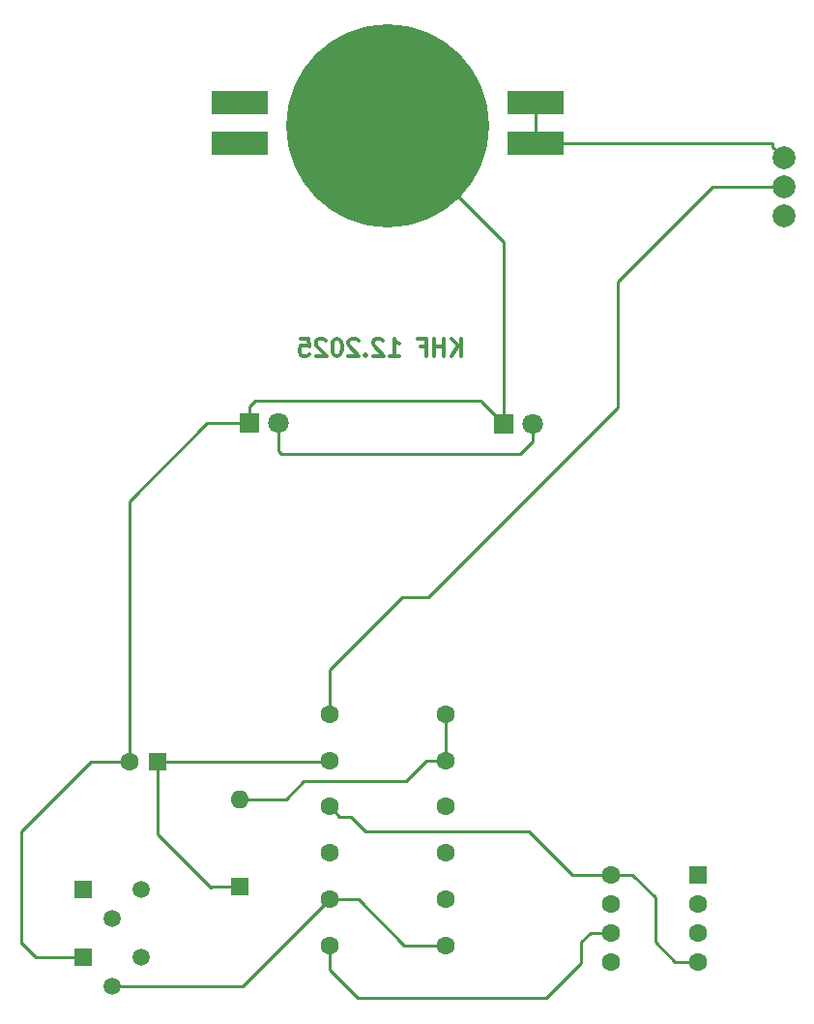
<source format=gbr>
%TF.GenerationSoftware,KiCad,Pcbnew,9.0.6*%
%TF.CreationDate,2025-12-31T17:09:58+01:00*%
%TF.ProjectId,Panda,50616e64-612e-46b6-9963-61645f706362,rev?*%
%TF.SameCoordinates,Original*%
%TF.FileFunction,Copper,L2,Bot*%
%TF.FilePolarity,Positive*%
%FSLAX46Y46*%
G04 Gerber Fmt 4.6, Leading zero omitted, Abs format (unit mm)*
G04 Created by KiCad (PCBNEW 9.0.6) date 2025-12-31 17:09:58*
%MOMM*%
%LPD*%
G01*
G04 APERTURE LIST*
G04 Aperture macros list*
%AMRoundRect*
0 Rectangle with rounded corners*
0 $1 Rounding radius*
0 $2 $3 $4 $5 $6 $7 $8 $9 X,Y pos of 4 corners*
0 Add a 4 corners polygon primitive as box body*
4,1,4,$2,$3,$4,$5,$6,$7,$8,$9,$2,$3,0*
0 Add four circle primitives for the rounded corners*
1,1,$1+$1,$2,$3*
1,1,$1+$1,$4,$5*
1,1,$1+$1,$6,$7*
1,1,$1+$1,$8,$9*
0 Add four rect primitives between the rounded corners*
20,1,$1+$1,$2,$3,$4,$5,0*
20,1,$1+$1,$4,$5,$6,$7,0*
20,1,$1+$1,$6,$7,$8,$9,0*
20,1,$1+$1,$8,$9,$2,$3,0*%
G04 Aperture macros list end*
%ADD10C,0.300000*%
%TA.AperFunction,NonConductor*%
%ADD11C,0.300000*%
%TD*%
%TA.AperFunction,ComponentPad*%
%ADD12R,1.800000X1.800000*%
%TD*%
%TA.AperFunction,ComponentPad*%
%ADD13C,1.800000*%
%TD*%
%TA.AperFunction,SMDPad,CuDef*%
%ADD14R,5.000000X2.000000*%
%TD*%
%TA.AperFunction,SMDPad,CuDef*%
%ADD15C,17.780000*%
%TD*%
%TA.AperFunction,ComponentPad*%
%ADD16RoundRect,0.250000X0.550000X0.550000X-0.550000X0.550000X-0.550000X-0.550000X0.550000X-0.550000X0*%
%TD*%
%TA.AperFunction,ComponentPad*%
%ADD17C,1.600000*%
%TD*%
%TA.AperFunction,ComponentPad*%
%ADD18C,2.000000*%
%TD*%
%TA.AperFunction,ComponentPad*%
%ADD19R,1.500000X1.500000*%
%TD*%
%TA.AperFunction,ComponentPad*%
%ADD20C,1.500000*%
%TD*%
%TA.AperFunction,ComponentPad*%
%ADD21O,1.600000X1.600000*%
%TD*%
%TA.AperFunction,ComponentPad*%
%ADD22R,1.600000X1.600000*%
%TD*%
%TA.AperFunction,Conductor*%
%ADD23C,0.250000*%
%TD*%
G04 APERTURE END LIST*
D10*
D11*
X97845489Y-74000828D02*
X97845489Y-72500828D01*
X96988346Y-74000828D02*
X97631203Y-73143685D01*
X96988346Y-72500828D02*
X97845489Y-73357971D01*
X96345489Y-74000828D02*
X96345489Y-72500828D01*
X96345489Y-73215114D02*
X95488346Y-73215114D01*
X95488346Y-74000828D02*
X95488346Y-72500828D01*
X94274060Y-73215114D02*
X94774060Y-73215114D01*
X94774060Y-74000828D02*
X94774060Y-72500828D01*
X94774060Y-72500828D02*
X94059774Y-72500828D01*
X91559774Y-74000828D02*
X92416917Y-74000828D01*
X91988346Y-74000828D02*
X91988346Y-72500828D01*
X91988346Y-72500828D02*
X92131203Y-72715114D01*
X92131203Y-72715114D02*
X92274060Y-72857971D01*
X92274060Y-72857971D02*
X92416917Y-72929400D01*
X90988346Y-72643685D02*
X90916918Y-72572257D01*
X90916918Y-72572257D02*
X90774061Y-72500828D01*
X90774061Y-72500828D02*
X90416918Y-72500828D01*
X90416918Y-72500828D02*
X90274061Y-72572257D01*
X90274061Y-72572257D02*
X90202632Y-72643685D01*
X90202632Y-72643685D02*
X90131203Y-72786542D01*
X90131203Y-72786542D02*
X90131203Y-72929400D01*
X90131203Y-72929400D02*
X90202632Y-73143685D01*
X90202632Y-73143685D02*
X91059775Y-74000828D01*
X91059775Y-74000828D02*
X90131203Y-74000828D01*
X89488347Y-73857971D02*
X89416918Y-73929400D01*
X89416918Y-73929400D02*
X89488347Y-74000828D01*
X89488347Y-74000828D02*
X89559775Y-73929400D01*
X89559775Y-73929400D02*
X89488347Y-73857971D01*
X89488347Y-73857971D02*
X89488347Y-74000828D01*
X88845489Y-72643685D02*
X88774061Y-72572257D01*
X88774061Y-72572257D02*
X88631204Y-72500828D01*
X88631204Y-72500828D02*
X88274061Y-72500828D01*
X88274061Y-72500828D02*
X88131204Y-72572257D01*
X88131204Y-72572257D02*
X88059775Y-72643685D01*
X88059775Y-72643685D02*
X87988346Y-72786542D01*
X87988346Y-72786542D02*
X87988346Y-72929400D01*
X87988346Y-72929400D02*
X88059775Y-73143685D01*
X88059775Y-73143685D02*
X88916918Y-74000828D01*
X88916918Y-74000828D02*
X87988346Y-74000828D01*
X87059775Y-72500828D02*
X86916918Y-72500828D01*
X86916918Y-72500828D02*
X86774061Y-72572257D01*
X86774061Y-72572257D02*
X86702633Y-72643685D01*
X86702633Y-72643685D02*
X86631204Y-72786542D01*
X86631204Y-72786542D02*
X86559775Y-73072257D01*
X86559775Y-73072257D02*
X86559775Y-73429400D01*
X86559775Y-73429400D02*
X86631204Y-73715114D01*
X86631204Y-73715114D02*
X86702633Y-73857971D01*
X86702633Y-73857971D02*
X86774061Y-73929400D01*
X86774061Y-73929400D02*
X86916918Y-74000828D01*
X86916918Y-74000828D02*
X87059775Y-74000828D01*
X87059775Y-74000828D02*
X87202633Y-73929400D01*
X87202633Y-73929400D02*
X87274061Y-73857971D01*
X87274061Y-73857971D02*
X87345490Y-73715114D01*
X87345490Y-73715114D02*
X87416918Y-73429400D01*
X87416918Y-73429400D02*
X87416918Y-73072257D01*
X87416918Y-73072257D02*
X87345490Y-72786542D01*
X87345490Y-72786542D02*
X87274061Y-72643685D01*
X87274061Y-72643685D02*
X87202633Y-72572257D01*
X87202633Y-72572257D02*
X87059775Y-72500828D01*
X85988347Y-72643685D02*
X85916919Y-72572257D01*
X85916919Y-72572257D02*
X85774062Y-72500828D01*
X85774062Y-72500828D02*
X85416919Y-72500828D01*
X85416919Y-72500828D02*
X85274062Y-72572257D01*
X85274062Y-72572257D02*
X85202633Y-72643685D01*
X85202633Y-72643685D02*
X85131204Y-72786542D01*
X85131204Y-72786542D02*
X85131204Y-72929400D01*
X85131204Y-72929400D02*
X85202633Y-73143685D01*
X85202633Y-73143685D02*
X86059776Y-74000828D01*
X86059776Y-74000828D02*
X85131204Y-74000828D01*
X83774062Y-72500828D02*
X84488348Y-72500828D01*
X84488348Y-72500828D02*
X84559776Y-73215114D01*
X84559776Y-73215114D02*
X84488348Y-73143685D01*
X84488348Y-73143685D02*
X84345491Y-73072257D01*
X84345491Y-73072257D02*
X83988348Y-73072257D01*
X83988348Y-73072257D02*
X83845491Y-73143685D01*
X83845491Y-73143685D02*
X83774062Y-73215114D01*
X83774062Y-73215114D02*
X83702633Y-73357971D01*
X83702633Y-73357971D02*
X83702633Y-73715114D01*
X83702633Y-73715114D02*
X83774062Y-73857971D01*
X83774062Y-73857971D02*
X83845491Y-73929400D01*
X83845491Y-73929400D02*
X83988348Y-74000828D01*
X83988348Y-74000828D02*
X84345491Y-74000828D01*
X84345491Y-74000828D02*
X84488348Y-73929400D01*
X84488348Y-73929400D02*
X84559776Y-73857971D01*
D12*
%TO.P,D2,1,K*%
%TO.N,Net-(D1-K)*%
X101600000Y-80000000D03*
D13*
%TO.P,D2,2,A*%
%TO.N,Net-(D1-A)*%
X104140000Y-80000000D03*
%TD*%
D12*
%TO.P,D1,1,K*%
%TO.N,Net-(D1-K)*%
X79300000Y-79900000D03*
D13*
%TO.P,D1,2,A*%
%TO.N,Net-(D1-A)*%
X81840000Y-79900000D03*
%TD*%
D14*
%TO.P,U2,*%
%TO.N,*%
X78500000Y-55448000D03*
X78500000Y-51892000D03*
%TO.P,U2,1*%
%TO.N,Net-(S1-A-Pad1)*%
X104394000Y-55448000D03*
X104394000Y-51892000D03*
D15*
%TO.P,U2,2*%
%TO.N,Net-(D1-K)*%
X91454000Y-53924000D03*
%TD*%
D16*
%TO.P,U1,1,GND*%
%TO.N,Net-(D1-K)*%
X118600000Y-119380000D03*
D17*
%TO.P,U1,2,TR*%
%TO.N,Net-(D3-K)*%
X118600000Y-121920000D03*
%TO.P,U1,3,Q*%
%TO.N,unconnected-(U1-Q-Pad3)*%
X118600000Y-124460000D03*
%TO.P,U1,4,R*%
%TO.N,Net-(S1-E)*%
X118600000Y-127000000D03*
%TO.P,U1,5,CV*%
%TO.N,unconnected-(U1-CV-Pad5)*%
X110980000Y-127000000D03*
%TO.P,U1,6,THR*%
%TO.N,Net-(D3-K)*%
X110980000Y-124460000D03*
%TO.P,U1,7,DIS*%
%TO.N,Net-(D3-A)*%
X110980000Y-121920000D03*
%TO.P,U1,8,VCC*%
%TO.N,Net-(S1-E)*%
X110980000Y-119380000D03*
%TD*%
D18*
%TO.P,S1,1,A*%
%TO.N,Net-(S1-A-Pad1)*%
X126100000Y-56720000D03*
%TO.P,S1,2,E*%
%TO.N,Net-(S1-E)*%
X126100000Y-59260000D03*
%TO.P,S1,3,A*%
%TO.N,unconnected-(S1-A-Pad3)*%
X126100000Y-61800000D03*
%TD*%
D17*
%TO.P,R7,1*%
%TO.N,Net-(D3-K)*%
X86340000Y-109400000D03*
%TO.P,R7,2*%
%TO.N,Net-(D3-A)*%
X96500000Y-109400000D03*
%TD*%
%TO.P,R6,1*%
%TO.N,Net-(S1-E)*%
X86340000Y-113450000D03*
%TO.P,R6,2*%
%TO.N,Net-(Q2-C)*%
X96500000Y-113450000D03*
%TD*%
%TO.P,R5,1*%
%TO.N,Net-(S1-E)*%
X86340000Y-117500000D03*
%TO.P,R5,2*%
%TO.N,Net-(Q1-C)*%
X96500000Y-117500000D03*
%TD*%
%TO.P,R4,1*%
%TO.N,Net-(Q1-B)*%
X86340000Y-121550000D03*
%TO.P,R4,2*%
%TO.N,Net-(D1-K)*%
X96500000Y-121550000D03*
%TD*%
%TO.P,R3,1*%
%TO.N,Net-(D3-K)*%
X86340000Y-125600000D03*
%TO.P,R3,2*%
%TO.N,Net-(Q1-B)*%
X96500000Y-125600000D03*
%TD*%
%TO.P,R8,1*%
%TO.N,Net-(S1-E)*%
X86340000Y-105350000D03*
%TO.P,R8,2*%
%TO.N,Net-(D3-A)*%
X96500000Y-105350000D03*
%TD*%
D19*
%TO.P,Q2,1,E*%
%TO.N,Net-(D1-A)*%
X64760000Y-120681193D03*
D20*
%TO.P,Q2,2,B*%
%TO.N,Net-(Q1-C)*%
X67300000Y-123221193D03*
%TO.P,Q2,3,C*%
%TO.N,Net-(Q2-C)*%
X69840000Y-120681193D03*
%TD*%
D19*
%TO.P,Q1,1,E*%
%TO.N,Net-(D1-K)*%
X64760000Y-126623578D03*
D20*
%TO.P,Q1,2,B*%
%TO.N,Net-(Q1-B)*%
X67300000Y-129163578D03*
%TO.P,Q1,3,C*%
%TO.N,Net-(Q1-C)*%
X69840000Y-126623578D03*
%TD*%
D21*
%TO.P,D3,2,A*%
%TO.N,Net-(D3-A)*%
X78500000Y-112790000D03*
D22*
%TO.P,D3,1,K*%
%TO.N,Net-(D3-K)*%
X78500000Y-120410000D03*
%TD*%
%TO.P,C1,1*%
%TO.N,Net-(D3-K)*%
X71292500Y-109500000D03*
D17*
%TO.P,C1,2*%
%TO.N,Net-(D1-K)*%
X68792500Y-109500000D03*
%TD*%
D23*
%TO.N,Net-(D1-K)*%
X75600000Y-79900000D02*
X68792500Y-86707500D01*
X79300000Y-79900000D02*
X75600000Y-79900000D01*
X68792500Y-86707500D02*
X68792500Y-109500000D01*
%TO.N,Net-(S1-E)*%
X88200000Y-114300000D02*
X87190000Y-114300000D01*
X87190000Y-114300000D02*
X86340000Y-113450000D01*
X89500000Y-115600000D02*
X88200000Y-114300000D01*
X103800000Y-115600000D02*
X89500000Y-115600000D01*
X110980000Y-119380000D02*
X107580000Y-119380000D01*
X107580000Y-119380000D02*
X103800000Y-115600000D01*
%TO.N,Net-(D3-A)*%
X96500000Y-109400000D02*
X96500000Y-105350000D01*
X93000000Y-111200000D02*
X94800000Y-109400000D01*
X82510000Y-112790000D02*
X84100000Y-111200000D01*
X78500000Y-112790000D02*
X82510000Y-112790000D01*
X84100000Y-111200000D02*
X93000000Y-111200000D01*
X94800000Y-109400000D02*
X96500000Y-109400000D01*
%TO.N,Net-(D3-K)*%
X86240000Y-109500000D02*
X86340000Y-109400000D01*
X71292500Y-109500000D02*
X86240000Y-109500000D01*
X75990000Y-120410000D02*
X78500000Y-120410000D01*
X75900000Y-120500000D02*
X75990000Y-120410000D01*
X71292500Y-115892500D02*
X75900000Y-120500000D01*
X71292500Y-109500000D02*
X71292500Y-115892500D01*
%TO.N,Net-(D1-K)*%
X59400000Y-125400000D02*
X60623578Y-126623578D01*
X59300000Y-125400000D02*
X59400000Y-125400000D01*
X59300000Y-115600000D02*
X59300000Y-125400000D01*
X60623578Y-126623578D02*
X64760000Y-126623578D01*
X65400000Y-109500000D02*
X59300000Y-115600000D01*
X68792500Y-109500000D02*
X65400000Y-109500000D01*
%TO.N,Net-(Q1-B)*%
X78726422Y-129163578D02*
X86340000Y-121550000D01*
X67300000Y-129163578D02*
X78726422Y-129163578D01*
X88850000Y-121550000D02*
X92900000Y-125600000D01*
X86340000Y-121550000D02*
X88850000Y-121550000D01*
X92900000Y-125600000D02*
X96500000Y-125600000D01*
%TO.N,Net-(D3-K)*%
X108400000Y-127100000D02*
X108400000Y-125300000D01*
X108400000Y-125300000D02*
X109240000Y-124460000D01*
X88800000Y-130200000D02*
X105300000Y-130200000D01*
X105300000Y-130200000D02*
X108400000Y-127100000D01*
X86340000Y-127740000D02*
X88800000Y-130200000D01*
X109240000Y-124460000D02*
X110980000Y-124460000D01*
X86340000Y-125600000D02*
X86340000Y-127740000D01*
%TO.N,Net-(S1-E)*%
X112880000Y-119380000D02*
X110980000Y-119380000D01*
X114900000Y-121400000D02*
X112880000Y-119380000D01*
X114900000Y-125300000D02*
X114900000Y-121400000D01*
X118600000Y-127000000D02*
X116600000Y-127000000D01*
X116600000Y-127000000D02*
X114900000Y-125300000D01*
X86340000Y-101460000D02*
X86340000Y-105350000D01*
X95000000Y-95100000D02*
X92700000Y-95100000D01*
X111600000Y-67500000D02*
X111600000Y-78500000D01*
X111600000Y-78500000D02*
X95000000Y-95100000D01*
X126100000Y-59260000D02*
X119840000Y-59260000D01*
X119840000Y-59260000D02*
X111600000Y-67500000D01*
X92700000Y-95100000D02*
X86340000Y-101460000D01*
%TO.N,Net-(S1-A-Pad1)*%
X125152000Y-55772000D02*
X126100000Y-56720000D01*
X125152000Y-55448000D02*
X125152000Y-55772000D01*
X126100000Y-55900000D02*
X126100000Y-56720000D01*
X104394000Y-55448000D02*
X125152000Y-55448000D01*
X104394000Y-51892000D02*
X104394000Y-55448000D01*
%TO.N,Net-(D1-A)*%
X81840000Y-82340000D02*
X81840000Y-79900000D01*
X82100000Y-82600000D02*
X81840000Y-82340000D01*
X103000000Y-82600000D02*
X82100000Y-82600000D01*
X104140000Y-81460000D02*
X103000000Y-82600000D01*
X104140000Y-80000000D02*
X104140000Y-81460000D01*
%TO.N,Net-(D1-K)*%
X79300000Y-78400000D02*
X79300000Y-79900000D01*
X79800000Y-77900000D02*
X79300000Y-78400000D01*
X99600000Y-77900000D02*
X79800000Y-77900000D01*
X99600000Y-78000000D02*
X99600000Y-77900000D01*
X101600000Y-80000000D02*
X99600000Y-78000000D01*
X101600000Y-64070000D02*
X101600000Y-80000000D01*
X91454000Y-53924000D02*
X101600000Y-64070000D01*
%TD*%
M02*

</source>
